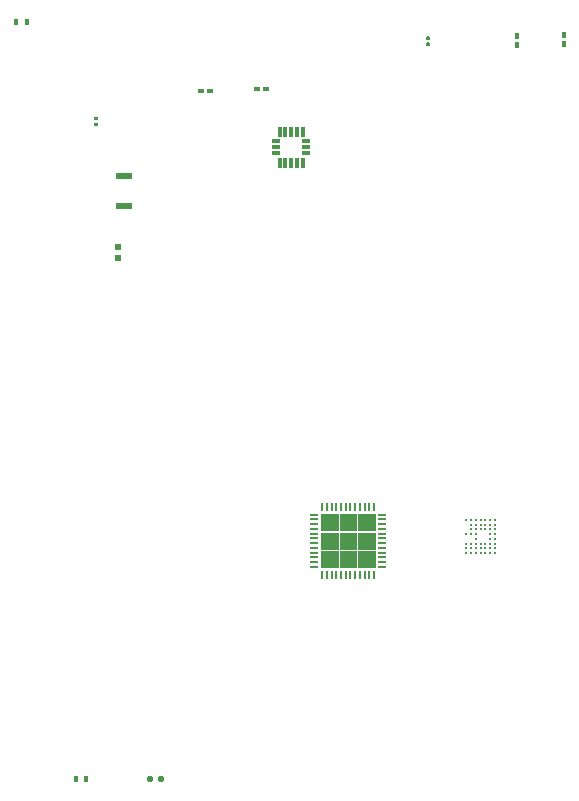
<source format=gtp>
G75*
%MOIN*%
%OFA0B0*%
%FSLAX25Y25*%
%IPPOS*%
%LPD*%
%AMOC8*
5,1,8,0,0,1.08239X$1,22.5*
%
%ADD10R,0.05354X0.02441*%
%ADD11R,0.01200X0.02200*%
%ADD12R,0.02200X0.01200*%
%ADD13R,0.01800X0.02000*%
%ADD14C,0.00709*%
%ADD15R,0.02441X0.02283*%
%ADD16C,0.00197*%
%ADD17C,0.00787*%
%ADD18R,0.01181X0.03642*%
%ADD19R,0.03150X0.01181*%
%ADD20R,0.02600X0.01000*%
%ADD21R,0.01000X0.02600*%
%ADD22C,0.00100*%
%ADD23R,0.01400X0.02000*%
%ADD24C,0.01127*%
D10*
X0063965Y0228454D03*
X0063965Y0238612D03*
D11*
X0194984Y0282261D03*
X0194984Y0285361D03*
X0210463Y0285557D03*
X0210463Y0282457D03*
D12*
X0111314Y0267772D03*
X0108214Y0267772D03*
X0092698Y0266916D03*
X0089598Y0266916D03*
D13*
X0031717Y0290009D03*
X0028117Y0290009D03*
D14*
X0165072Y0285065D02*
X0165072Y0284435D01*
X0165072Y0285065D02*
X0165780Y0285065D01*
X0165780Y0284435D01*
X0165072Y0284435D01*
X0165072Y0282860D02*
X0165072Y0282230D01*
X0165072Y0282860D02*
X0165780Y0282860D01*
X0165780Y0282230D01*
X0165072Y0282230D01*
D15*
X0062024Y0214848D03*
X0062024Y0211147D03*
D16*
X0054833Y0255568D02*
X0054046Y0255568D01*
X0054008Y0255575D01*
X0053976Y0255597D01*
X0053955Y0255629D01*
X0053947Y0255666D01*
X0053947Y0256109D01*
X0053955Y0256147D01*
X0053976Y0256179D01*
X0054008Y0256200D01*
X0054046Y0256208D01*
X0054833Y0256208D01*
X0054871Y0256200D01*
X0054903Y0256179D01*
X0054924Y0256147D01*
X0054932Y0256109D01*
X0054932Y0255912D01*
X0054932Y0255666D01*
X0054924Y0255629D01*
X0054903Y0255597D01*
X0054871Y0255575D01*
X0054833Y0255568D01*
X0054932Y0255726D02*
X0053947Y0255726D01*
X0053947Y0255922D02*
X0054932Y0255922D01*
X0054930Y0256117D02*
X0053949Y0256117D01*
X0054046Y0257487D02*
X0054833Y0257487D01*
X0054871Y0257495D01*
X0054903Y0257516D01*
X0054924Y0257548D01*
X0054932Y0257586D01*
X0054932Y0257782D01*
X0054932Y0258028D01*
X0054924Y0258066D01*
X0054903Y0258098D01*
X0054871Y0258119D01*
X0054833Y0258127D01*
X0054046Y0258127D01*
X0054008Y0258119D01*
X0053976Y0258098D01*
X0053955Y0258066D01*
X0053947Y0258028D01*
X0053947Y0257586D01*
X0053955Y0257548D01*
X0053976Y0257516D01*
X0054008Y0257495D01*
X0054046Y0257487D01*
X0053947Y0257680D02*
X0054932Y0257680D01*
X0054932Y0257875D02*
X0053947Y0257875D01*
X0053958Y0258071D02*
X0054921Y0258071D01*
D17*
X0178083Y0123963D03*
X0179657Y0123963D03*
X0179657Y0122388D03*
X0179657Y0120814D03*
X0181232Y0120814D03*
X0181232Y0122388D03*
X0182807Y0122388D03*
X0182807Y0120814D03*
X0184382Y0120814D03*
X0184382Y0122388D03*
X0185957Y0122388D03*
X0185957Y0120814D03*
X0187531Y0120814D03*
X0187531Y0122388D03*
X0187531Y0123963D03*
X0185957Y0123963D03*
X0184382Y0123963D03*
X0182807Y0123963D03*
X0181232Y0123963D03*
X0181232Y0119239D03*
X0179657Y0119239D03*
X0178083Y0119239D03*
X0178083Y0116089D03*
X0179657Y0116089D03*
X0179657Y0114514D03*
X0179657Y0112940D03*
X0178083Y0112940D03*
X0178083Y0114514D03*
X0181232Y0114514D03*
X0181232Y0112940D03*
X0182807Y0112940D03*
X0182807Y0114514D03*
X0184382Y0114514D03*
X0184382Y0112940D03*
X0185957Y0112940D03*
X0187531Y0112940D03*
X0187531Y0114514D03*
X0185957Y0114514D03*
X0185957Y0116089D03*
X0187531Y0116089D03*
X0187531Y0117664D03*
X0185957Y0117664D03*
X0185957Y0119239D03*
X0187531Y0119239D03*
X0184382Y0116089D03*
X0182807Y0116089D03*
X0181232Y0116089D03*
X0181232Y0117664D03*
D18*
X0123676Y0243093D03*
X0121707Y0243093D03*
X0119739Y0243093D03*
X0117770Y0243093D03*
X0115802Y0243093D03*
X0115802Y0253231D03*
X0117770Y0253231D03*
X0119739Y0253231D03*
X0121707Y0253231D03*
X0123676Y0253231D03*
D19*
X0124759Y0250130D03*
X0124759Y0248162D03*
X0124759Y0246193D03*
X0114719Y0246193D03*
X0114719Y0248162D03*
X0114719Y0250130D03*
D20*
X0127333Y0125705D03*
X0127333Y0124131D03*
X0127333Y0122556D03*
X0127333Y0120981D03*
X0127333Y0119406D03*
X0127333Y0117831D03*
X0127333Y0116257D03*
X0127333Y0114682D03*
X0127333Y0113107D03*
X0127333Y0111532D03*
X0127333Y0109957D03*
X0127333Y0108383D03*
X0149933Y0108383D03*
X0149933Y0109957D03*
X0149933Y0111532D03*
X0149933Y0113107D03*
X0149933Y0114682D03*
X0149933Y0116257D03*
X0149933Y0117831D03*
X0149933Y0119406D03*
X0149933Y0120981D03*
X0149933Y0122556D03*
X0149933Y0124131D03*
X0149933Y0125705D03*
D21*
X0147295Y0128344D03*
X0145720Y0128344D03*
X0144145Y0128344D03*
X0142570Y0128344D03*
X0140996Y0128344D03*
X0139421Y0128344D03*
X0137846Y0128344D03*
X0136271Y0128344D03*
X0134696Y0128344D03*
X0133122Y0128344D03*
X0131547Y0128344D03*
X0129972Y0128344D03*
X0129972Y0105744D03*
X0131547Y0105744D03*
X0133122Y0105744D03*
X0134696Y0105744D03*
X0136271Y0105744D03*
X0137846Y0105744D03*
X0139421Y0105744D03*
X0140996Y0105744D03*
X0142570Y0105744D03*
X0144145Y0105744D03*
X0145720Y0105744D03*
X0147295Y0105744D03*
D22*
X0147490Y0108188D02*
X0147490Y0113567D01*
X0142110Y0113567D01*
X0142110Y0108188D01*
X0147490Y0108188D01*
X0147490Y0108261D02*
X0142110Y0108261D01*
X0142110Y0108360D02*
X0147490Y0108360D01*
X0147490Y0108458D02*
X0142110Y0108458D01*
X0142110Y0108557D02*
X0147490Y0108557D01*
X0147490Y0108655D02*
X0142110Y0108655D01*
X0142110Y0108754D02*
X0147490Y0108754D01*
X0147490Y0108852D02*
X0142110Y0108852D01*
X0142110Y0108951D02*
X0147490Y0108951D01*
X0147490Y0109049D02*
X0142110Y0109049D01*
X0142110Y0109148D02*
X0147490Y0109148D01*
X0147490Y0109246D02*
X0142110Y0109246D01*
X0142110Y0109345D02*
X0147490Y0109345D01*
X0147490Y0109443D02*
X0142110Y0109443D01*
X0142110Y0109542D02*
X0147490Y0109542D01*
X0147490Y0109640D02*
X0142110Y0109640D01*
X0142110Y0109739D02*
X0147490Y0109739D01*
X0147490Y0109837D02*
X0142110Y0109837D01*
X0142110Y0109936D02*
X0147490Y0109936D01*
X0147490Y0110034D02*
X0142110Y0110034D01*
X0142110Y0110133D02*
X0147490Y0110133D01*
X0147490Y0110231D02*
X0142110Y0110231D01*
X0142110Y0110330D02*
X0147490Y0110330D01*
X0147490Y0110428D02*
X0142110Y0110428D01*
X0142110Y0110527D02*
X0147490Y0110527D01*
X0147490Y0110626D02*
X0142110Y0110626D01*
X0142110Y0110724D02*
X0147490Y0110724D01*
X0147490Y0110823D02*
X0142110Y0110823D01*
X0142110Y0110921D02*
X0147490Y0110921D01*
X0147490Y0111020D02*
X0142110Y0111020D01*
X0142110Y0111118D02*
X0147490Y0111118D01*
X0147490Y0111217D02*
X0142110Y0111217D01*
X0142110Y0111315D02*
X0147490Y0111315D01*
X0147490Y0111414D02*
X0142110Y0111414D01*
X0142110Y0111512D02*
X0147490Y0111512D01*
X0147490Y0111611D02*
X0142110Y0111611D01*
X0142110Y0111709D02*
X0147490Y0111709D01*
X0147490Y0111808D02*
X0142110Y0111808D01*
X0142110Y0111906D02*
X0147490Y0111906D01*
X0147490Y0112005D02*
X0142110Y0112005D01*
X0142110Y0112103D02*
X0147490Y0112103D01*
X0147490Y0112202D02*
X0142110Y0112202D01*
X0142110Y0112300D02*
X0147490Y0112300D01*
X0147490Y0112399D02*
X0142110Y0112399D01*
X0142110Y0112497D02*
X0147490Y0112497D01*
X0147490Y0112596D02*
X0142110Y0112596D01*
X0142110Y0112694D02*
X0147490Y0112694D01*
X0147490Y0112793D02*
X0142110Y0112793D01*
X0142110Y0112891D02*
X0147490Y0112891D01*
X0147490Y0112990D02*
X0142110Y0112990D01*
X0142110Y0113088D02*
X0147490Y0113088D01*
X0147490Y0113187D02*
X0142110Y0113187D01*
X0142110Y0113285D02*
X0147490Y0113285D01*
X0147490Y0113384D02*
X0142110Y0113384D01*
X0142110Y0113482D02*
X0147490Y0113482D01*
X0147490Y0114354D02*
X0147490Y0119734D01*
X0142110Y0119734D01*
X0142110Y0114354D01*
X0147490Y0114354D01*
X0147490Y0114369D02*
X0142110Y0114369D01*
X0142110Y0114467D02*
X0147490Y0114467D01*
X0147490Y0114566D02*
X0142110Y0114566D01*
X0142110Y0114664D02*
X0147490Y0114664D01*
X0147490Y0114763D02*
X0142110Y0114763D01*
X0142110Y0114861D02*
X0147490Y0114861D01*
X0147490Y0114960D02*
X0142110Y0114960D01*
X0142110Y0115059D02*
X0147490Y0115059D01*
X0147490Y0115157D02*
X0142110Y0115157D01*
X0142110Y0115256D02*
X0147490Y0115256D01*
X0147490Y0115354D02*
X0142110Y0115354D01*
X0142110Y0115453D02*
X0147490Y0115453D01*
X0147490Y0115551D02*
X0142110Y0115551D01*
X0142110Y0115650D02*
X0147490Y0115650D01*
X0147490Y0115748D02*
X0142110Y0115748D01*
X0142110Y0115847D02*
X0147490Y0115847D01*
X0147490Y0115945D02*
X0142110Y0115945D01*
X0142110Y0116044D02*
X0147490Y0116044D01*
X0147490Y0116142D02*
X0142110Y0116142D01*
X0142110Y0116241D02*
X0147490Y0116241D01*
X0147490Y0116339D02*
X0142110Y0116339D01*
X0142110Y0116438D02*
X0147490Y0116438D01*
X0147490Y0116536D02*
X0142110Y0116536D01*
X0142110Y0116635D02*
X0147490Y0116635D01*
X0147490Y0116733D02*
X0142110Y0116733D01*
X0142110Y0116832D02*
X0147490Y0116832D01*
X0147490Y0116930D02*
X0142110Y0116930D01*
X0142110Y0117029D02*
X0147490Y0117029D01*
X0147490Y0117127D02*
X0142110Y0117127D01*
X0142110Y0117226D02*
X0147490Y0117226D01*
X0147490Y0117324D02*
X0142110Y0117324D01*
X0142110Y0117423D02*
X0147490Y0117423D01*
X0147490Y0117521D02*
X0142110Y0117521D01*
X0142110Y0117620D02*
X0147490Y0117620D01*
X0147490Y0117718D02*
X0142110Y0117718D01*
X0142110Y0117817D02*
X0147490Y0117817D01*
X0147490Y0117915D02*
X0142110Y0117915D01*
X0142110Y0118014D02*
X0147490Y0118014D01*
X0147490Y0118112D02*
X0142110Y0118112D01*
X0142110Y0118211D02*
X0147490Y0118211D01*
X0147490Y0118309D02*
X0142110Y0118309D01*
X0142110Y0118408D02*
X0147490Y0118408D01*
X0147490Y0118506D02*
X0142110Y0118506D01*
X0142110Y0118605D02*
X0147490Y0118605D01*
X0147490Y0118703D02*
X0142110Y0118703D01*
X0142110Y0118802D02*
X0147490Y0118802D01*
X0147490Y0118900D02*
X0142110Y0118900D01*
X0142110Y0118999D02*
X0147490Y0118999D01*
X0147490Y0119097D02*
X0142110Y0119097D01*
X0142110Y0119196D02*
X0147490Y0119196D01*
X0147490Y0119295D02*
X0142110Y0119295D01*
X0142110Y0119393D02*
X0147490Y0119393D01*
X0147490Y0119492D02*
X0142110Y0119492D01*
X0142110Y0119590D02*
X0147490Y0119590D01*
X0147490Y0119689D02*
X0142110Y0119689D01*
X0141323Y0119689D02*
X0135944Y0119689D01*
X0135944Y0119734D02*
X0141323Y0119734D01*
X0141323Y0114354D01*
X0135944Y0114354D01*
X0135944Y0119734D01*
X0135944Y0119590D02*
X0141323Y0119590D01*
X0141323Y0119492D02*
X0135944Y0119492D01*
X0135944Y0119393D02*
X0141323Y0119393D01*
X0141323Y0119295D02*
X0135944Y0119295D01*
X0135944Y0119196D02*
X0141323Y0119196D01*
X0141323Y0119097D02*
X0135944Y0119097D01*
X0135944Y0118999D02*
X0141323Y0118999D01*
X0141323Y0118900D02*
X0135944Y0118900D01*
X0135944Y0118802D02*
X0141323Y0118802D01*
X0141323Y0118703D02*
X0135944Y0118703D01*
X0135944Y0118605D02*
X0141323Y0118605D01*
X0141323Y0118506D02*
X0135944Y0118506D01*
X0135944Y0118408D02*
X0141323Y0118408D01*
X0141323Y0118309D02*
X0135944Y0118309D01*
X0135944Y0118211D02*
X0141323Y0118211D01*
X0141323Y0118112D02*
X0135944Y0118112D01*
X0135944Y0118014D02*
X0141323Y0118014D01*
X0141323Y0117915D02*
X0135944Y0117915D01*
X0135944Y0117817D02*
X0141323Y0117817D01*
X0141323Y0117718D02*
X0135944Y0117718D01*
X0135944Y0117620D02*
X0141323Y0117620D01*
X0141323Y0117521D02*
X0135944Y0117521D01*
X0135944Y0117423D02*
X0141323Y0117423D01*
X0141323Y0117324D02*
X0135944Y0117324D01*
X0135944Y0117226D02*
X0141323Y0117226D01*
X0141323Y0117127D02*
X0135944Y0117127D01*
X0135944Y0117029D02*
X0141323Y0117029D01*
X0141323Y0116930D02*
X0135944Y0116930D01*
X0135944Y0116832D02*
X0141323Y0116832D01*
X0141323Y0116733D02*
X0135944Y0116733D01*
X0135944Y0116635D02*
X0141323Y0116635D01*
X0141323Y0116536D02*
X0135944Y0116536D01*
X0135944Y0116438D02*
X0141323Y0116438D01*
X0141323Y0116339D02*
X0135944Y0116339D01*
X0135944Y0116241D02*
X0141323Y0116241D01*
X0141323Y0116142D02*
X0135944Y0116142D01*
X0135944Y0116044D02*
X0141323Y0116044D01*
X0141323Y0115945D02*
X0135944Y0115945D01*
X0135944Y0115847D02*
X0141323Y0115847D01*
X0141323Y0115748D02*
X0135944Y0115748D01*
X0135944Y0115650D02*
X0141323Y0115650D01*
X0141323Y0115551D02*
X0135944Y0115551D01*
X0135944Y0115453D02*
X0141323Y0115453D01*
X0141323Y0115354D02*
X0135944Y0115354D01*
X0135944Y0115256D02*
X0141323Y0115256D01*
X0141323Y0115157D02*
X0135944Y0115157D01*
X0135944Y0115059D02*
X0141323Y0115059D01*
X0141323Y0114960D02*
X0135944Y0114960D01*
X0135944Y0114861D02*
X0141323Y0114861D01*
X0141323Y0114763D02*
X0135944Y0114763D01*
X0135944Y0114664D02*
X0141323Y0114664D01*
X0141323Y0114566D02*
X0135944Y0114566D01*
X0135944Y0114467D02*
X0141323Y0114467D01*
X0141323Y0114369D02*
X0135944Y0114369D01*
X0135156Y0114369D02*
X0129777Y0114369D01*
X0129777Y0114354D02*
X0135156Y0114354D01*
X0135156Y0119734D01*
X0129777Y0119734D01*
X0129777Y0114354D01*
X0129777Y0114467D02*
X0135156Y0114467D01*
X0135156Y0114566D02*
X0129777Y0114566D01*
X0129777Y0114664D02*
X0135156Y0114664D01*
X0135156Y0114763D02*
X0129777Y0114763D01*
X0129777Y0114861D02*
X0135156Y0114861D01*
X0135156Y0114960D02*
X0129777Y0114960D01*
X0129777Y0115059D02*
X0135156Y0115059D01*
X0135156Y0115157D02*
X0129777Y0115157D01*
X0129777Y0115256D02*
X0135156Y0115256D01*
X0135156Y0115354D02*
X0129777Y0115354D01*
X0129777Y0115453D02*
X0135156Y0115453D01*
X0135156Y0115551D02*
X0129777Y0115551D01*
X0129777Y0115650D02*
X0135156Y0115650D01*
X0135156Y0115748D02*
X0129777Y0115748D01*
X0129777Y0115847D02*
X0135156Y0115847D01*
X0135156Y0115945D02*
X0129777Y0115945D01*
X0129777Y0116044D02*
X0135156Y0116044D01*
X0135156Y0116142D02*
X0129777Y0116142D01*
X0129777Y0116241D02*
X0135156Y0116241D01*
X0135156Y0116339D02*
X0129777Y0116339D01*
X0129777Y0116438D02*
X0135156Y0116438D01*
X0135156Y0116536D02*
X0129777Y0116536D01*
X0129777Y0116635D02*
X0135156Y0116635D01*
X0135156Y0116733D02*
X0129777Y0116733D01*
X0129777Y0116832D02*
X0135156Y0116832D01*
X0135156Y0116930D02*
X0129777Y0116930D01*
X0129777Y0117029D02*
X0135156Y0117029D01*
X0135156Y0117127D02*
X0129777Y0117127D01*
X0129777Y0117226D02*
X0135156Y0117226D01*
X0135156Y0117324D02*
X0129777Y0117324D01*
X0129777Y0117423D02*
X0135156Y0117423D01*
X0135156Y0117521D02*
X0129777Y0117521D01*
X0129777Y0117620D02*
X0135156Y0117620D01*
X0135156Y0117718D02*
X0129777Y0117718D01*
X0129777Y0117817D02*
X0135156Y0117817D01*
X0135156Y0117915D02*
X0129777Y0117915D01*
X0129777Y0118014D02*
X0135156Y0118014D01*
X0135156Y0118112D02*
X0129777Y0118112D01*
X0129777Y0118211D02*
X0135156Y0118211D01*
X0135156Y0118309D02*
X0129777Y0118309D01*
X0129777Y0118408D02*
X0135156Y0118408D01*
X0135156Y0118506D02*
X0129777Y0118506D01*
X0129777Y0118605D02*
X0135156Y0118605D01*
X0135156Y0118703D02*
X0129777Y0118703D01*
X0129777Y0118802D02*
X0135156Y0118802D01*
X0135156Y0118900D02*
X0129777Y0118900D01*
X0129777Y0118999D02*
X0135156Y0118999D01*
X0135156Y0119097D02*
X0129777Y0119097D01*
X0129777Y0119196D02*
X0135156Y0119196D01*
X0135156Y0119295D02*
X0129777Y0119295D01*
X0129777Y0119393D02*
X0135156Y0119393D01*
X0135156Y0119492D02*
X0129777Y0119492D01*
X0129777Y0119590D02*
X0135156Y0119590D01*
X0135156Y0119689D02*
X0129777Y0119689D01*
X0129777Y0120521D02*
X0135156Y0120521D01*
X0135156Y0125900D01*
X0129777Y0125900D01*
X0129777Y0120521D01*
X0129777Y0120575D02*
X0135156Y0120575D01*
X0135156Y0120674D02*
X0129777Y0120674D01*
X0129777Y0120772D02*
X0135156Y0120772D01*
X0135156Y0120871D02*
X0129777Y0120871D01*
X0129777Y0120969D02*
X0135156Y0120969D01*
X0135156Y0121068D02*
X0129777Y0121068D01*
X0129777Y0121166D02*
X0135156Y0121166D01*
X0135156Y0121265D02*
X0129777Y0121265D01*
X0129777Y0121363D02*
X0135156Y0121363D01*
X0135156Y0121462D02*
X0129777Y0121462D01*
X0129777Y0121560D02*
X0135156Y0121560D01*
X0135156Y0121659D02*
X0129777Y0121659D01*
X0129777Y0121757D02*
X0135156Y0121757D01*
X0135156Y0121856D02*
X0129777Y0121856D01*
X0129777Y0121954D02*
X0135156Y0121954D01*
X0135156Y0122053D02*
X0129777Y0122053D01*
X0129777Y0122151D02*
X0135156Y0122151D01*
X0135156Y0122250D02*
X0129777Y0122250D01*
X0129777Y0122348D02*
X0135156Y0122348D01*
X0135156Y0122447D02*
X0129777Y0122447D01*
X0129777Y0122545D02*
X0135156Y0122545D01*
X0135156Y0122644D02*
X0129777Y0122644D01*
X0129777Y0122742D02*
X0135156Y0122742D01*
X0135156Y0122841D02*
X0129777Y0122841D01*
X0129777Y0122939D02*
X0135156Y0122939D01*
X0135156Y0123038D02*
X0129777Y0123038D01*
X0129777Y0123136D02*
X0135156Y0123136D01*
X0135156Y0123235D02*
X0129777Y0123235D01*
X0129777Y0123333D02*
X0135156Y0123333D01*
X0135156Y0123432D02*
X0129777Y0123432D01*
X0129777Y0123530D02*
X0135156Y0123530D01*
X0135156Y0123629D02*
X0129777Y0123629D01*
X0129777Y0123728D02*
X0135156Y0123728D01*
X0135156Y0123826D02*
X0129777Y0123826D01*
X0129777Y0123925D02*
X0135156Y0123925D01*
X0135156Y0124023D02*
X0129777Y0124023D01*
X0129777Y0124122D02*
X0135156Y0124122D01*
X0135156Y0124220D02*
X0129777Y0124220D01*
X0129777Y0124319D02*
X0135156Y0124319D01*
X0135156Y0124417D02*
X0129777Y0124417D01*
X0129777Y0124516D02*
X0135156Y0124516D01*
X0135156Y0124614D02*
X0129777Y0124614D01*
X0129777Y0124713D02*
X0135156Y0124713D01*
X0135156Y0124811D02*
X0129777Y0124811D01*
X0129777Y0124910D02*
X0135156Y0124910D01*
X0135156Y0125008D02*
X0129777Y0125008D01*
X0129777Y0125107D02*
X0135156Y0125107D01*
X0135156Y0125205D02*
X0129777Y0125205D01*
X0129777Y0125304D02*
X0135156Y0125304D01*
X0135156Y0125402D02*
X0129777Y0125402D01*
X0129777Y0125501D02*
X0135156Y0125501D01*
X0135156Y0125599D02*
X0129777Y0125599D01*
X0129777Y0125698D02*
X0135156Y0125698D01*
X0135156Y0125796D02*
X0129777Y0125796D01*
X0129777Y0125895D02*
X0135156Y0125895D01*
X0135944Y0125895D02*
X0141323Y0125895D01*
X0141323Y0125900D02*
X0135944Y0125900D01*
X0135944Y0120521D01*
X0141323Y0120521D01*
X0141323Y0125900D01*
X0141323Y0125796D02*
X0135944Y0125796D01*
X0135944Y0125698D02*
X0141323Y0125698D01*
X0141323Y0125599D02*
X0135944Y0125599D01*
X0135944Y0125501D02*
X0141323Y0125501D01*
X0141323Y0125402D02*
X0135944Y0125402D01*
X0135944Y0125304D02*
X0141323Y0125304D01*
X0141323Y0125205D02*
X0135944Y0125205D01*
X0135944Y0125107D02*
X0141323Y0125107D01*
X0141323Y0125008D02*
X0135944Y0125008D01*
X0135944Y0124910D02*
X0141323Y0124910D01*
X0141323Y0124811D02*
X0135944Y0124811D01*
X0135944Y0124713D02*
X0141323Y0124713D01*
X0141323Y0124614D02*
X0135944Y0124614D01*
X0135944Y0124516D02*
X0141323Y0124516D01*
X0141323Y0124417D02*
X0135944Y0124417D01*
X0135944Y0124319D02*
X0141323Y0124319D01*
X0141323Y0124220D02*
X0135944Y0124220D01*
X0135944Y0124122D02*
X0141323Y0124122D01*
X0141323Y0124023D02*
X0135944Y0124023D01*
X0135944Y0123925D02*
X0141323Y0123925D01*
X0141323Y0123826D02*
X0135944Y0123826D01*
X0135944Y0123728D02*
X0141323Y0123728D01*
X0141323Y0123629D02*
X0135944Y0123629D01*
X0135944Y0123530D02*
X0141323Y0123530D01*
X0141323Y0123432D02*
X0135944Y0123432D01*
X0135944Y0123333D02*
X0141323Y0123333D01*
X0141323Y0123235D02*
X0135944Y0123235D01*
X0135944Y0123136D02*
X0141323Y0123136D01*
X0141323Y0123038D02*
X0135944Y0123038D01*
X0135944Y0122939D02*
X0141323Y0122939D01*
X0141323Y0122841D02*
X0135944Y0122841D01*
X0135944Y0122742D02*
X0141323Y0122742D01*
X0141323Y0122644D02*
X0135944Y0122644D01*
X0135944Y0122545D02*
X0141323Y0122545D01*
X0141323Y0122447D02*
X0135944Y0122447D01*
X0135944Y0122348D02*
X0141323Y0122348D01*
X0141323Y0122250D02*
X0135944Y0122250D01*
X0135944Y0122151D02*
X0141323Y0122151D01*
X0141323Y0122053D02*
X0135944Y0122053D01*
X0135944Y0121954D02*
X0141323Y0121954D01*
X0141323Y0121856D02*
X0135944Y0121856D01*
X0135944Y0121757D02*
X0141323Y0121757D01*
X0141323Y0121659D02*
X0135944Y0121659D01*
X0135944Y0121560D02*
X0141323Y0121560D01*
X0141323Y0121462D02*
X0135944Y0121462D01*
X0135944Y0121363D02*
X0141323Y0121363D01*
X0141323Y0121265D02*
X0135944Y0121265D01*
X0135944Y0121166D02*
X0141323Y0121166D01*
X0141323Y0121068D02*
X0135944Y0121068D01*
X0135944Y0120969D02*
X0141323Y0120969D01*
X0141323Y0120871D02*
X0135944Y0120871D01*
X0135944Y0120772D02*
X0141323Y0120772D01*
X0141323Y0120674D02*
X0135944Y0120674D01*
X0135944Y0120575D02*
X0141323Y0120575D01*
X0142110Y0120575D02*
X0147490Y0120575D01*
X0147490Y0120521D02*
X0147490Y0125900D01*
X0142110Y0125900D01*
X0142110Y0120521D01*
X0147490Y0120521D01*
X0147490Y0120674D02*
X0142110Y0120674D01*
X0142110Y0120772D02*
X0147490Y0120772D01*
X0147490Y0120871D02*
X0142110Y0120871D01*
X0142110Y0120969D02*
X0147490Y0120969D01*
X0147490Y0121068D02*
X0142110Y0121068D01*
X0142110Y0121166D02*
X0147490Y0121166D01*
X0147490Y0121265D02*
X0142110Y0121265D01*
X0142110Y0121363D02*
X0147490Y0121363D01*
X0147490Y0121462D02*
X0142110Y0121462D01*
X0142110Y0121560D02*
X0147490Y0121560D01*
X0147490Y0121659D02*
X0142110Y0121659D01*
X0142110Y0121757D02*
X0147490Y0121757D01*
X0147490Y0121856D02*
X0142110Y0121856D01*
X0142110Y0121954D02*
X0147490Y0121954D01*
X0147490Y0122053D02*
X0142110Y0122053D01*
X0142110Y0122151D02*
X0147490Y0122151D01*
X0147490Y0122250D02*
X0142110Y0122250D01*
X0142110Y0122348D02*
X0147490Y0122348D01*
X0147490Y0122447D02*
X0142110Y0122447D01*
X0142110Y0122545D02*
X0147490Y0122545D01*
X0147490Y0122644D02*
X0142110Y0122644D01*
X0142110Y0122742D02*
X0147490Y0122742D01*
X0147490Y0122841D02*
X0142110Y0122841D01*
X0142110Y0122939D02*
X0147490Y0122939D01*
X0147490Y0123038D02*
X0142110Y0123038D01*
X0142110Y0123136D02*
X0147490Y0123136D01*
X0147490Y0123235D02*
X0142110Y0123235D01*
X0142110Y0123333D02*
X0147490Y0123333D01*
X0147490Y0123432D02*
X0142110Y0123432D01*
X0142110Y0123530D02*
X0147490Y0123530D01*
X0147490Y0123629D02*
X0142110Y0123629D01*
X0142110Y0123728D02*
X0147490Y0123728D01*
X0147490Y0123826D02*
X0142110Y0123826D01*
X0142110Y0123925D02*
X0147490Y0123925D01*
X0147490Y0124023D02*
X0142110Y0124023D01*
X0142110Y0124122D02*
X0147490Y0124122D01*
X0147490Y0124220D02*
X0142110Y0124220D01*
X0142110Y0124319D02*
X0147490Y0124319D01*
X0147490Y0124417D02*
X0142110Y0124417D01*
X0142110Y0124516D02*
X0147490Y0124516D01*
X0147490Y0124614D02*
X0142110Y0124614D01*
X0142110Y0124713D02*
X0147490Y0124713D01*
X0147490Y0124811D02*
X0142110Y0124811D01*
X0142110Y0124910D02*
X0147490Y0124910D01*
X0147490Y0125008D02*
X0142110Y0125008D01*
X0142110Y0125107D02*
X0147490Y0125107D01*
X0147490Y0125205D02*
X0142110Y0125205D01*
X0142110Y0125304D02*
X0147490Y0125304D01*
X0147490Y0125402D02*
X0142110Y0125402D01*
X0142110Y0125501D02*
X0147490Y0125501D01*
X0147490Y0125599D02*
X0142110Y0125599D01*
X0142110Y0125698D02*
X0147490Y0125698D01*
X0147490Y0125796D02*
X0142110Y0125796D01*
X0142110Y0125895D02*
X0147490Y0125895D01*
X0141323Y0113567D02*
X0135944Y0113567D01*
X0135944Y0108188D01*
X0141323Y0108188D01*
X0141323Y0113567D01*
X0141323Y0113482D02*
X0135944Y0113482D01*
X0135944Y0113384D02*
X0141323Y0113384D01*
X0141323Y0113285D02*
X0135944Y0113285D01*
X0135944Y0113187D02*
X0141323Y0113187D01*
X0141323Y0113088D02*
X0135944Y0113088D01*
X0135944Y0112990D02*
X0141323Y0112990D01*
X0141323Y0112891D02*
X0135944Y0112891D01*
X0135944Y0112793D02*
X0141323Y0112793D01*
X0141323Y0112694D02*
X0135944Y0112694D01*
X0135944Y0112596D02*
X0141323Y0112596D01*
X0141323Y0112497D02*
X0135944Y0112497D01*
X0135944Y0112399D02*
X0141323Y0112399D01*
X0141323Y0112300D02*
X0135944Y0112300D01*
X0135944Y0112202D02*
X0141323Y0112202D01*
X0141323Y0112103D02*
X0135944Y0112103D01*
X0135944Y0112005D02*
X0141323Y0112005D01*
X0141323Y0111906D02*
X0135944Y0111906D01*
X0135944Y0111808D02*
X0141323Y0111808D01*
X0141323Y0111709D02*
X0135944Y0111709D01*
X0135944Y0111611D02*
X0141323Y0111611D01*
X0141323Y0111512D02*
X0135944Y0111512D01*
X0135944Y0111414D02*
X0141323Y0111414D01*
X0141323Y0111315D02*
X0135944Y0111315D01*
X0135944Y0111217D02*
X0141323Y0111217D01*
X0141323Y0111118D02*
X0135944Y0111118D01*
X0135944Y0111020D02*
X0141323Y0111020D01*
X0141323Y0110921D02*
X0135944Y0110921D01*
X0135944Y0110823D02*
X0141323Y0110823D01*
X0141323Y0110724D02*
X0135944Y0110724D01*
X0135944Y0110626D02*
X0141323Y0110626D01*
X0141323Y0110527D02*
X0135944Y0110527D01*
X0135944Y0110428D02*
X0141323Y0110428D01*
X0141323Y0110330D02*
X0135944Y0110330D01*
X0135944Y0110231D02*
X0141323Y0110231D01*
X0141323Y0110133D02*
X0135944Y0110133D01*
X0135944Y0110034D02*
X0141323Y0110034D01*
X0141323Y0109936D02*
X0135944Y0109936D01*
X0135944Y0109837D02*
X0141323Y0109837D01*
X0141323Y0109739D02*
X0135944Y0109739D01*
X0135944Y0109640D02*
X0141323Y0109640D01*
X0141323Y0109542D02*
X0135944Y0109542D01*
X0135944Y0109443D02*
X0141323Y0109443D01*
X0141323Y0109345D02*
X0135944Y0109345D01*
X0135944Y0109246D02*
X0141323Y0109246D01*
X0141323Y0109148D02*
X0135944Y0109148D01*
X0135944Y0109049D02*
X0141323Y0109049D01*
X0141323Y0108951D02*
X0135944Y0108951D01*
X0135944Y0108852D02*
X0141323Y0108852D01*
X0141323Y0108754D02*
X0135944Y0108754D01*
X0135944Y0108655D02*
X0141323Y0108655D01*
X0141323Y0108557D02*
X0135944Y0108557D01*
X0135944Y0108458D02*
X0141323Y0108458D01*
X0141323Y0108360D02*
X0135944Y0108360D01*
X0135944Y0108261D02*
X0141323Y0108261D01*
X0135156Y0108261D02*
X0129777Y0108261D01*
X0129777Y0108188D02*
X0135156Y0108188D01*
X0135156Y0113567D01*
X0129777Y0113567D01*
X0129777Y0108188D01*
X0129777Y0108360D02*
X0135156Y0108360D01*
X0135156Y0108458D02*
X0129777Y0108458D01*
X0129777Y0108557D02*
X0135156Y0108557D01*
X0135156Y0108655D02*
X0129777Y0108655D01*
X0129777Y0108754D02*
X0135156Y0108754D01*
X0135156Y0108852D02*
X0129777Y0108852D01*
X0129777Y0108951D02*
X0135156Y0108951D01*
X0135156Y0109049D02*
X0129777Y0109049D01*
X0129777Y0109148D02*
X0135156Y0109148D01*
X0135156Y0109246D02*
X0129777Y0109246D01*
X0129777Y0109345D02*
X0135156Y0109345D01*
X0135156Y0109443D02*
X0129777Y0109443D01*
X0129777Y0109542D02*
X0135156Y0109542D01*
X0135156Y0109640D02*
X0129777Y0109640D01*
X0129777Y0109739D02*
X0135156Y0109739D01*
X0135156Y0109837D02*
X0129777Y0109837D01*
X0129777Y0109936D02*
X0135156Y0109936D01*
X0135156Y0110034D02*
X0129777Y0110034D01*
X0129777Y0110133D02*
X0135156Y0110133D01*
X0135156Y0110231D02*
X0129777Y0110231D01*
X0129777Y0110330D02*
X0135156Y0110330D01*
X0135156Y0110428D02*
X0129777Y0110428D01*
X0129777Y0110527D02*
X0135156Y0110527D01*
X0135156Y0110626D02*
X0129777Y0110626D01*
X0129777Y0110724D02*
X0135156Y0110724D01*
X0135156Y0110823D02*
X0129777Y0110823D01*
X0129777Y0110921D02*
X0135156Y0110921D01*
X0135156Y0111020D02*
X0129777Y0111020D01*
X0129777Y0111118D02*
X0135156Y0111118D01*
X0135156Y0111217D02*
X0129777Y0111217D01*
X0129777Y0111315D02*
X0135156Y0111315D01*
X0135156Y0111414D02*
X0129777Y0111414D01*
X0129777Y0111512D02*
X0135156Y0111512D01*
X0135156Y0111611D02*
X0129777Y0111611D01*
X0129777Y0111709D02*
X0135156Y0111709D01*
X0135156Y0111808D02*
X0129777Y0111808D01*
X0129777Y0111906D02*
X0135156Y0111906D01*
X0135156Y0112005D02*
X0129777Y0112005D01*
X0129777Y0112103D02*
X0135156Y0112103D01*
X0135156Y0112202D02*
X0129777Y0112202D01*
X0129777Y0112300D02*
X0135156Y0112300D01*
X0135156Y0112399D02*
X0129777Y0112399D01*
X0129777Y0112497D02*
X0135156Y0112497D01*
X0135156Y0112596D02*
X0129777Y0112596D01*
X0129777Y0112694D02*
X0135156Y0112694D01*
X0135156Y0112793D02*
X0129777Y0112793D01*
X0129777Y0112891D02*
X0135156Y0112891D01*
X0135156Y0112990D02*
X0129777Y0112990D01*
X0129777Y0113088D02*
X0135156Y0113088D01*
X0135156Y0113187D02*
X0129777Y0113187D01*
X0129777Y0113285D02*
X0135156Y0113285D01*
X0135156Y0113384D02*
X0129777Y0113384D01*
X0129777Y0113482D02*
X0135156Y0113482D01*
D23*
X0047838Y0037653D03*
X0051138Y0037653D03*
D24*
X0073101Y0037206D02*
X0073101Y0038442D01*
X0073101Y0037206D02*
X0072101Y0037206D01*
X0072101Y0038442D01*
X0073101Y0038442D01*
X0073101Y0038332D02*
X0072101Y0038332D01*
X0076486Y0038442D02*
X0076486Y0037206D01*
X0075486Y0037206D01*
X0075486Y0038442D01*
X0076486Y0038442D01*
X0076486Y0038332D02*
X0075486Y0038332D01*
M02*

</source>
